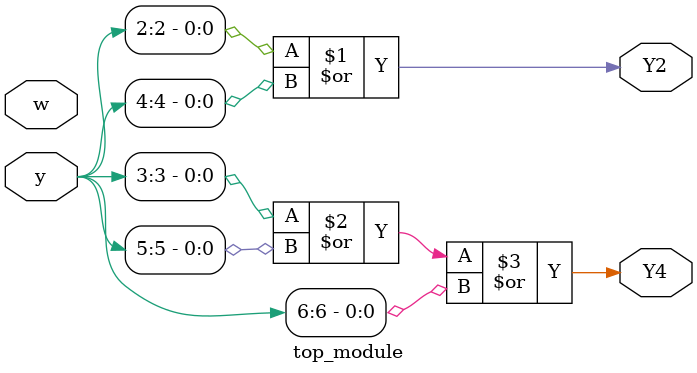
<source format=sv>
module top_module (
    input [6:1] y,
    input w,
    output Y2,
    output Y4
);

// Next-state signals for y[2] and y[4]

// Y2 (next state for y[2])
// y[2] = 1 when the state is B or D
assign Y2 = y[2] | y[4];

// Y4 (next state for y[4])
// y[4] = 1 when the state is C, E, or F
assign Y4 = y[3] | y[5] | y[6];

endmodule

</source>
